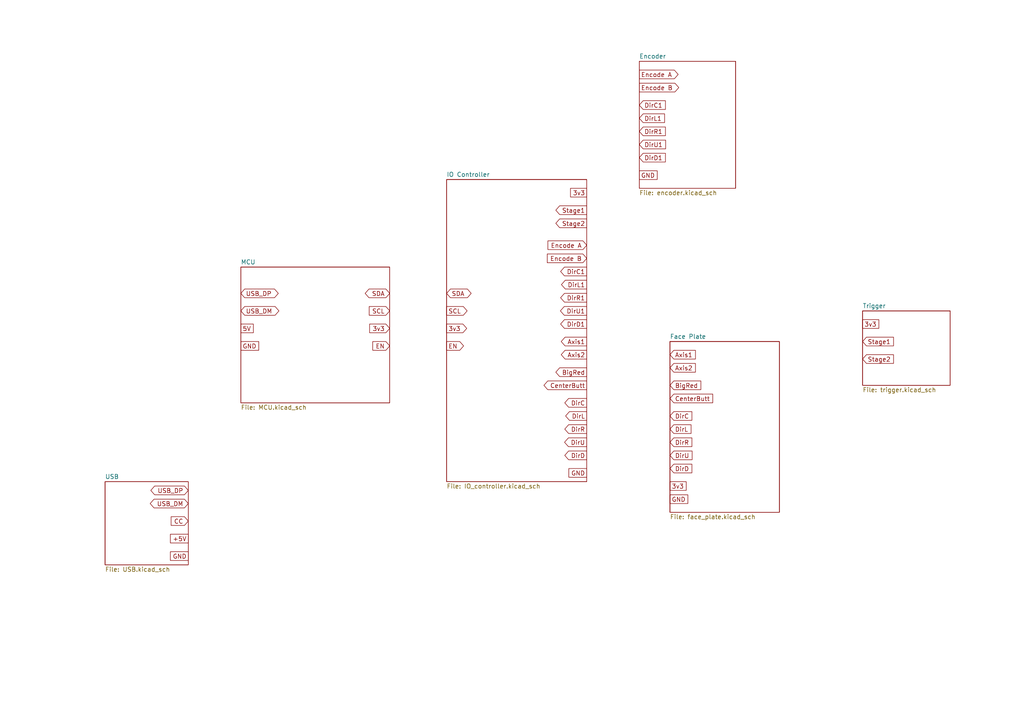
<source format=kicad_sch>
(kicad_sch (version 20211123) (generator eeschema)
  (paper "A4")
  (title_block (title "TopSheet") (date "2022-10-10") (rev "v0.1"))
  (lib_symbols)
  (global_label "Axis1" (shape output) (at 170.18 99.06 180) (property "Intersheet References" "${INTERSHEET_REFS}" (effects hide)))
  (global_label "DirU1" (shape input) (at 185.42 41.91 0) (property "Intersheet References" "${INTERSHEET_REFS}" (effects hide)))
  (global_label "GND" (shape passive) (at 170.18 137.16 180) (property "Intersheet References" "${INTERSHEET_REFS}" (effects hide)))
  (global_label "USB_DM" (shape bidirectional) (at 69.85 90.17 0) (property "Intersheet References" "${INTERSHEET_REFS}" (effects hide)))
  (global_label "DirR" (shape output) (at 170.18 124.46 180) (property "Intersheet References" "${INTERSHEET_REFS}" (effects hide)))
  (global_label "3v3" (shape passive) (at 250.19 93.98 0) (property "Intersheet References" "${INTERSHEET_REFS}" (effects hide)))
  (global_label "DirL1" (shape output) (at 170.18 82.55 180) (property "Intersheet References" "${INTERSHEET_REFS}" (effects hide)))
  (global_label "5V" (shape passive) (at 69.85 95.25 0) (property "Intersheet References" "${INTERSHEET_REFS}" (effects hide)))
  (global_label "SDA" (shape bidirectional) (at 129.54 85.09 0) (property "Intersheet References" "${INTERSHEET_REFS}" (effects hide)))
  (global_label "DirR1" (shape output) (at 170.18 86.36 180) (property "Intersheet References" "${INTERSHEET_REFS}" (effects hide)))
  (global_label "3v3" (shape output) (at 129.54 95.25 0) (property "Intersheet References" "${INTERSHEET_REFS}" (effects hide)))
  (global_label "DirL1" (shape input) (at 185.42 34.29 0) (property "Intersheet References" "${INTERSHEET_REFS}" (effects hide)))
  (global_label "CC" (shape input) (at 54.61 151.13 180) (property "Intersheet References" "${INTERSHEET_REFS}" (effects hide)))
  (global_label "3v3" (shape passive) (at 194.31 140.97 0) (property "Intersheet References" "${INTERSHEET_REFS}" (effects hide)))
  (global_label "GND" (shape passive) (at 54.61 161.29 180) (property "Intersheet References" "${INTERSHEET_REFS}" (effects hide)))
  (global_label "USB_DP" (shape bidirectional) (at 69.85 85.09 0) (property "Intersheet References" "${INTERSHEET_REFS}" (effects hide)))
  (global_label "CenterButt" (shape input) (at 194.31 115.57 0) (property "Intersheet References" "${INTERSHEET_REFS}" (effects hide)))
  (global_label "DirC" (shape input) (at 194.31 120.65 0) (property "Intersheet References" "${INTERSHEET_REFS}" (effects hide)))
  (global_label "SCL" (shape output) (at 129.54 90.17 0) (property "Intersheet References" "${INTERSHEET_REFS}" (effects hide)))
  (global_label "DirU" (shape output) (at 170.18 128.27 180) (property "Intersheet References" "${INTERSHEET_REFS}" (effects hide)))
  (global_label "Encode B" (shape input) (at 170.18 74.93 180) (property "Intersheet References" "${INTERSHEET_REFS}" (effects hide)))
  (global_label "GND" (shape passive) (at 185.42 50.8 0) (property "Intersheet References" "${INTERSHEET_REFS}" (effects hide)))
  (global_label "DirC1" (shape input) (at 185.42 30.48 0) (property "Intersheet References" "${INTERSHEET_REFS}" (effects hide)))
  (global_label "Encode B" (shape output) (at 185.42 25.4 0) (property "Intersheet References" "${INTERSHEET_REFS}" (effects hide)))
  (global_label "Axis1" (shape input) (at 194.31 102.87 0) (property "Intersheet References" "${INTERSHEET_REFS}" (effects hide)))
  (global_label "DirL" (shape output) (at 170.18 120.65 180) (property "Intersheet References" "${INTERSHEET_REFS}" (effects hide)))
  (global_label "BigRed" (shape input) (at 194.31 111.76 0) (property "Intersheet References" "${INTERSHEET_REFS}" (effects hide)))
  (global_label "Stage2" (shape input) (at 250.19 104.14 0) (property "Intersheet References" "${INTERSHEET_REFS}" (effects hide)))
  (global_label "DirD" (shape input) (at 194.31 135.89 0) (property "Intersheet References" "${INTERSHEET_REFS}" (effects hide)))
  (global_label "GND" (shape passive) (at 194.31 144.78 0) (property "Intersheet References" "${INTERSHEET_REFS}" (effects hide)))
  (global_label "EN" (shape output) (at 129.54 100.33 0) (property "Intersheet References" "${INTERSHEET_REFS}" (effects hide)))
  (global_label "DirR1" (shape input) (at 185.42 38.1 0) (property "Intersheet References" "${INTERSHEET_REFS}" (effects hide)))
  (global_label "DirL" (shape input) (at 194.31 124.46 0) (property "Intersheet References" "${INTERSHEET_REFS}" (effects hide)))
  (global_label "DirD1" (shape input) (at 185.42 45.72 0) (property "Intersheet References" "${INTERSHEET_REFS}" (effects hide)))
  (global_label "DirC" (shape output) (at 170.18 116.84 180) (property "Intersheet References" "${INTERSHEET_REFS}" (effects hide)))
  (global_label "DirU1" (shape output) (at 170.18 90.17 180) (property "Intersheet References" "${INTERSHEET_REFS}" (effects hide)))
  (global_label "SDA" (shape bidirectional) (at 113.03 85.09 180) (property "Intersheet References" "${INTERSHEET_REFS}" (effects hide)))
  (global_label "Stage2" (shape output) (at 170.18 64.77 180) (property "Intersheet References" "${INTERSHEET_REFS}" (effects hide)))
  (global_label "Encode A" (shape input) (at 170.18 71.12 180) (property "Intersheet References" "${INTERSHEET_REFS}" (effects hide)))
  (global_label "DirD" (shape output) (at 170.18 132.08 180) (property "Intersheet References" "${INTERSHEET_REFS}" (effects hide)))
  (global_label "CenterButt" (shape output) (at 170.18 111.76 180) (property "Intersheet References" "${INTERSHEET_REFS}" (effects hide)))
  (global_label "SCL" (shape input) (at 113.03 90.17 180) (property "Intersheet References" "${INTERSHEET_REFS}" (effects hide)))
  (global_label "Axis2" (shape output) (at 170.18 102.87 180) (property "Intersheet References" "${INTERSHEET_REFS}" (effects hide)))
  (global_label "Stage1" (shape input) (at 250.19 99.06 0) (property "Intersheet References" "${INTERSHEET_REFS}" (effects hide)))
  (global_label "USB_DM" (shape bidirectional) (at 54.61 146.05 180) (property "Intersheet References" "${INTERSHEET_REFS}" (effects hide)))
  (global_label "3v3" (shape passive) (at 170.18 55.88 180) (property "Intersheet References" "${INTERSHEET_REFS}" (effects hide)))
  (global_label "DirC1" (shape output) (at 170.18 78.74 180) (property "Intersheet References" "${INTERSHEET_REFS}" (effects hide)))
  (global_label "DirR" (shape input) (at 194.31 128.27 0) (property "Intersheet References" "${INTERSHEET_REFS}" (effects hide)))
  (global_label "Stage1" (shape output) (at 170.18 60.96 180) (property "Intersheet References" "${INTERSHEET_REFS}" (effects hide)))
  (global_label "Encode A" (shape output) (at 185.42 21.59 0) (property "Intersheet References" "${INTERSHEET_REFS}" (effects hide)))
  (global_label "DirU" (shape input) (at 194.31 132.08 0) (property "Intersheet References" "${INTERSHEET_REFS}" (effects hide)))
  (global_label "DirD1" (shape output) (at 170.18 93.98 180) (property "Intersheet References" "${INTERSHEET_REFS}" (effects hide)))
  (global_label "EN" (shape input) (at 113.03 100.33 180) (property "Intersheet References" "${INTERSHEET_REFS}" (effects hide)))
  (global_label "3v3" (shape input) (at 113.03 95.25 180) (property "Intersheet References" "${INTERSHEET_REFS}" (effects hide)))
  (global_label "+5V" (shape passive) (at 54.61 156.21 180) (property "Intersheet References" "${INTERSHEET_REFS}" (effects hide)))
  (global_label "USB_DP" (shape bidirectional) (at 54.61 142.24 180) (property "Intersheet References" "${INTERSHEET_REFS}" (effects hide)))
  (global_label "BigRed" (shape output) (at 170.18 107.95 180) (property "Intersheet References" "${INTERSHEET_REFS}" (effects hide)))
  (global_label "Axis2" (shape input) (at 194.31 106.68 0) (property "Intersheet References" "${INTERSHEET_REFS}" (effects hide)))
  (global_label "GND" (shape passive) (at 69.85 100.33 0) (property "Intersheet References" "${INTERSHEET_REFS}" (effects hide)))
  (sheet (at 30.48 139.7) (size 24.13 24.13) (stroke (width 0.1524))
    (property "Sheet name" "USB" (at 30.48 138.9884 0) (effects (justify left bottom)))
    (property "Sheet file" "USB.kicad_sch" (at 30.48 164.4146 0) (effects (justify left top)))
  )
  (sheet (at 185.42 17.78) (size 27.94 36.83) (stroke (width 0.1524))
    (property "Sheet name" "Encoder" (at 185.42 17.0684 0) (effects (justify left bottom)))
    (property "Sheet file" "encoder.kicad_sch" (at 185.42 55.1946 0) (effects (justify left top)))
  )
  (sheet (at 250.19 90.17) (size 25.4 21.59) (stroke (width 0.1524))
    (property "Sheet name" "Trigger" (at 250.19 89.4584 0) (effects (justify left bottom)))
    (property "Sheet file" "trigger.kicad_sch" (at 250.19 112.3446 0) (effects (justify left top)))
  )
  (sheet (at 129.54 52.07) (size 40.64 87.63) (stroke (width 0.1524))
    (property "Sheet name" "IO Controller" (at 129.54 51.3584 0) (effects (justify left bottom)))
    (property "Sheet file" "IO_controller.kicad_sch" (at 129.54 140.2846 0) (effects (justify left top)))
  )
  (sheet (at 194.31 99.06) (size 31.75 49.53) (stroke (width 0.1524))
    (property "Sheet name" "Face Plate" (at 194.31 98.3484 0) (effects (justify left bottom)))
    (property "Sheet file" "face_plate.kicad_sch" (at 194.31 149.1746 0) (effects (justify left top)))
  )
  (sheet (at 69.85 77.47) (size 43.18 39.37) (stroke (width 0.1524))
    (property "Sheet name" "MCU" (at 69.85 76.7584 0) (effects (justify left bottom)))
    (property "Sheet file" "MCU.kicad_sch" (at 69.85 117.4246 0) (effects (justify left top)))
  )
)
</source>
